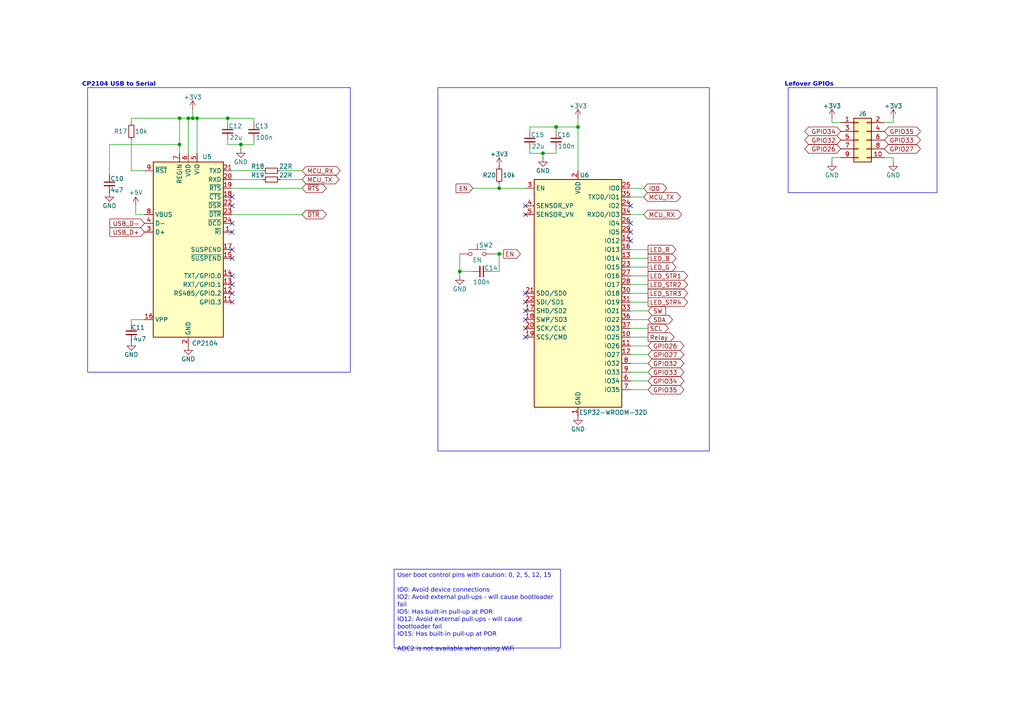
<source format=kicad_sch>
(kicad_sch (version 20231120) (generator "eeschema") (generator_version "8.0")
  (paper "A4")
  (title_block (title "ESP32 Tutorial") (date "2024-12-27") (rev "1.0") (company "Embedique"))
  (lib_symbols
    (symbol "Connector_Generic:Conn_02x05_Odd_Even" (pin_names (offset 1.016) hide)
      (property "Reference" "J" (at 1.27 7.62 0))
      (property "Value" "Conn_02x05_Odd_Even" (at 1.27 -7.62 0))
      (symbol "Conn_02x05_Odd_Even_1_1"
        (rectangle (start -1.27 -4.953) (end 0 -5.207) (stroke (width 0.1524)))
        (rectangle (start -1.27 -2.413) (end 0 -2.667) (stroke (width 0.1524)))
        (rectangle (start -1.27 0.127) (end 0 -0.127) (stroke (width 0.1524)))
        (rectangle (start -1.27 2.667) (end 0 2.413) (stroke (width 0.1524)))
        (rectangle (start -1.27 5.207) (end 0 4.953) (stroke (width 0.1524)))
        (rectangle (start -1.27 6.35) (end 3.81 -6.35) (stroke (width 0.254)) (fill (type background)))
        (rectangle (start 3.81 -4.953) (end 2.54 -5.207) (stroke (width 0.1524)))
        (rectangle (start 3.81 -2.413) (end 2.54 -2.667) (stroke (width 0.1524)))
        (rectangle (start 3.81 0.127) (end 2.54 -0.127) (stroke (width 0.1524)))
        (rectangle (start 3.81 2.667) (end 2.54 2.413) (stroke (width 0.1524)))
        (rectangle (start 3.81 5.207) (end 2.54 4.953) (stroke (width 0.1524)))
        (pin passive line (at -5.08 5.08 0) (length 3.81) (name "Pin_1") (number "1"))
        (pin passive line (at 7.62 -5.08 180) (length 3.81) (name "Pin_10") (number "10"))
        (pin passive line (at 7.62 5.08 180) (length 3.81) (name "Pin_2") (number "2"))
        (pin passive line (at -5.08 2.54 0) (length 3.81) (name "Pin_3") (number "3"))
        (pin passive line (at 7.62 2.54 180) (length 3.81) (name "Pin_4") (number "4"))
        (pin passive line (at -5.08 0 0) (length 3.81) (name "Pin_5") (number "5"))
        (pin passive line (at 7.62 0 180) (length 3.81) (name "Pin_6") (number "6"))
        (pin passive line (at -5.08 -2.54 0) (length 3.81) (name "Pin_7") (number "7"))
        (pin passive line (at 7.62 -2.54 180) (length 3.81) (name "Pin_8") (number "8"))
        (pin passive line (at -5.08 -5.08 0) (length 3.81) (name "Pin_9") (number "9"))
      )
    )
    (symbol "Device:C_Small" (pin_numbers hide) (pin_names (offset 0.254) hide)
      (property "Reference" "C" (at 0.254 1.778 0))
      (property "Value" "C_Small" (at 0.254 -2.032 0))
      (symbol "C_Small_0_1"
        (polyline (pts (xy -1.524 -0.508) (xy 1.524 -0.508)) (stroke (width 0.3302)))
        (polyline (pts (xy -1.524 0.508) (xy 1.524 0.508)) (stroke (width 0.3048)))
      )
      (symbol "C_Small_1_1"
        (pin passive line (at 0 2.54 270) (length 2.032) (name "~") (number "1"))
        (pin passive line (at 0 -2.54 90) (length 2.032) (name "~") (number "2"))
      )
    )
    (symbol "Device:R_Small" (pin_numbers hide) (pin_names (offset 0.254) hide)
      (property "Reference" "R" (at 0.762 0.508 0))
      (property "Value" "R_Small" (at 0.762 -1.016 0))
      (symbol "R_Small_0_1"
        (rectangle (start -0.762 1.778) (end 0.762 -1.778) (stroke (width 0.2032)))
      )
      (symbol "R_Small_1_1"
        (pin passive line (at 0 2.54 270) (length 0.762) (name "~") (number "1"))
        (pin passive line (at 0 -2.54 90) (length 0.762) (name "~") (number "2"))
      )
    )
    (symbol "GND_2" (power) (pin_numbers hide) (pin_names (offset 0) hide)
      (property "Value" "GND" (at 0 -3.81 0))
      (symbol "GND_2_0_1"
        (polyline (pts (xy 0 0) (xy 0 -1.27) (xy 1.27 -1.27) (xy 0 -2.54) (xy -1.27 -1.27) (xy 0 -1.27)))
      )
      (symbol "GND_2_1_1"
        (pin power_in line (at 0 0 270) (length 0) (name "~") (number "1"))
      )
    )
    (symbol "Interface_USB:CP2104"
      (property "Reference" "U" (at -5.08 28.575 0))
      (property "Value" "CP2104" (at -5.08 26.67 0))
      (symbol "CP2104_1_1"
        (rectangle (start -10.16 25.4) (end 10.16 -25.4) (stroke (width 0.254)) (fill (type background)))
        (pin input line (at 12.7 5.08 180) (length 2.54) (name "~{RI}") (number "1"))
        (pin no_connect line (at 10.16 -20.32 180) (length 2.54) hide (name "NC") (number "10"))
        (pin bidirectional line (at 12.7 -15.24 180) (length 2.54) (name "GPIO.3") (number "11"))
        (pin bidirectional line (at 12.7 -12.7 180) (length 2.54) (name "RS485/GPIO.2") (number "12"))
        (pin bidirectional line (at 12.7 -10.16 180) (length 2.54) (name "RXT/GPIO.1") (number "13"))
        (pin bidirectional line (at 12.7 -7.62 180) (length 2.54) (name "TXT/GPIO.0") (number "14"))
        (pin output line (at 12.7 -2.54 180) (length 2.54) (name "~{SUSPEND}") (number "15"))
        (pin passive line (at -12.7 -20.32 0) (length 2.54) (name "VPP") (number "16"))
        (pin output line (at 12.7 0 180) (length 2.54) (name "SUSPEND") (number "17"))
        (pin input line (at 12.7 15.24 180) (length 2.54) (name "~{CTS}") (number "18"))
        (pin output line (at 12.7 17.78 180) (length 2.54) (name "~{RTS}") (number "19"))
        (pin power_in line (at 0 -27.94 90) (length 2.54) (name "GND") (number "2"))
        (pin input line (at 12.7 20.32 180) (length 2.54) (name "RXD") (number "20"))
        (pin output line (at 12.7 22.86 180) (length 2.54) (name "TXD") (number "21"))
        (pin input line (at 12.7 12.7 180) (length 2.54) (name "~{DSR}") (number "22"))
        (pin output line (at 12.7 10.16 180) (length 2.54) (name "~{DTR}") (number "23"))
        (pin input line (at 12.7 7.62 180) (length 2.54) (name "~{DCD}") (number "24"))
        (pin passive line (at 0 -27.94 90) (length 2.54) hide (name "GND") (number "25"))
        (pin bidirectional line (at -12.7 5.08 0) (length 2.54) (name "D+") (number "3"))
        (pin bidirectional line (at -12.7 7.62 0) (length 2.54) (name "D-") (number "4"))
        (pin power_in line (at 2.54 27.94 270) (length 2.54) (name "VIO") (number "5"))
        (pin power_in line (at 0 27.94 270) (length 2.54) (name "VDD") (number "6"))
        (pin power_in line (at -2.54 27.94 270) (length 2.54) (name "REGIN") (number "7"))
        (pin input line (at -12.7 10.16 0) (length 2.54) (name "VBUS") (number "8"))
        (pin bidirectional line (at -12.7 22.86 0) (length 2.54) (name "~{RST}") (number "9"))
      )
    )
    (symbol "RF_Module:ESP32-WROOM-32D"
      (property "Reference" "U" (at -12.7 34.29 0))
      (property "Value" "ESP32-WROOM-32D" (at 1.27 34.29 0))
      (symbol "ESP32-WROOM-32D_0_1"
        (rectangle (start -12.7 33.02) (end 12.7 -33.02) (stroke (width 0.254)) (fill (type background)))
      )
      (symbol "ESP32-WROOM-32D_1_1"
        (pin power_in line (at 0 -35.56 90) (length 2.54) (name "GND") (number "1"))
        (pin bidirectional line (at 15.24 -12.7 180) (length 2.54) (name "IO25") (number "10"))
        (pin bidirectional line (at 15.24 -15.24 180) (length 2.54) (name "IO26") (number "11"))
        (pin bidirectional line (at 15.24 -17.78 180) (length 2.54) (name "IO27") (number "12"))
        (pin bidirectional line (at 15.24 10.16 180) (length 2.54) (name "IO14") (number "13"))
        (pin bidirectional line (at 15.24 15.24 180) (length 2.54) (name "IO12") (number "14"))
        (pin passive line (at 0 -35.56 90) (length 2.54) hide (name "GND") (number "15"))
        (pin bidirectional line (at 15.24 12.7 180) (length 2.54) (name "IO13") (number "16"))
        (pin bidirectional line (at -15.24 -5.08 0) (length 2.54) (name "SHD/SD2") (number "17"))
        (pin bidirectional line (at -15.24 -7.62 0) (length 2.54) (name "SWP/SD3") (number "18"))
        (pin bidirectional line (at -15.24 -12.7 0) (length 2.54) (name "SCS/CMD") (number "19"))
        (pin power_in line (at 0 35.56 270) (length 2.54) (name "VDD") (number "2"))
        (pin bidirectional line (at -15.24 -10.16 0) (length 2.54) (name "SCK/CLK") (number "20"))
        (pin bidirectional line (at -15.24 0 0) (length 2.54) (name "SDO/SD0") (number "21"))
        (pin bidirectional line (at -15.24 -2.54 0) (length 2.54) (name "SDI/SD1") (number "22"))
        (pin bidirectional line (at 15.24 7.62 180) (length 2.54) (name "IO15") (number "23"))
        (pin bidirectional line (at 15.24 25.4 180) (length 2.54) (name "IO2") (number "24"))
        (pin bidirectional line (at 15.24 30.48 180) (length 2.54) (name "IO0") (number "25"))
        (pin bidirectional line (at 15.24 20.32 180) (length 2.54) (name "IO4") (number "26"))
        (pin bidirectional line (at 15.24 5.08 180) (length 2.54) (name "IO16") (number "27"))
        (pin bidirectional line (at 15.24 2.54 180) (length 2.54) (name "IO17") (number "28"))
        (pin bidirectional line (at 15.24 17.78 180) (length 2.54) (name "IO5") (number "29"))
        (pin input line (at -15.24 30.48 0) (length 2.54) (name "EN") (number "3"))
        (pin bidirectional line (at 15.24 0 180) (length 2.54) (name "IO18") (number "30"))
        (pin bidirectional line (at 15.24 -2.54 180) (length 2.54) (name "IO19") (number "31"))
        (pin no_connect line (at -12.7 -27.94 0) (length 2.54) hide (name "NC") (number "32"))
        (pin bidirectional line (at 15.24 -5.08 180) (length 2.54) (name "IO21") (number "33"))
        (pin bidirectional line (at 15.24 22.86 180) (length 2.54) (name "RXD0/IO3") (number "34"))
        (pin bidirectional line (at 15.24 27.94 180) (length 2.54) (name "TXD0/IO1") (number "35"))
        (pin bidirectional line (at 15.24 -7.62 180) (length 2.54) (name "IO22") (number "36"))
        (pin bidirectional line (at 15.24 -10.16 180) (length 2.54) (name "IO23") (number "37"))
        (pin passive line (at 0 -35.56 90) (length 2.54) hide (name "GND") (number "38"))
        (pin passive line (at 0 -35.56 90) (length 2.54) hide (name "GND") (number "39"))
        (pin input line (at -15.24 25.4 0) (length 2.54) (name "SENSOR_VP") (number "4"))
        (pin input line (at -15.24 22.86 0) (length 2.54) (name "SENSOR_VN") (number "5"))
        (pin input line (at 15.24 -25.4 180) (length 2.54) (name "IO34") (number "6"))
        (pin input line (at 15.24 -27.94 180) (length 2.54) (name "IO35") (number "7"))
        (pin bidirectional line (at 15.24 -20.32 180) (length 2.54) (name "IO32") (number "8"))
        (pin bidirectional line (at 15.24 -22.86 180) (length 2.54) (name "IO33") (number "9"))
      )
    )
    (symbol "Switch:SW_Push" (pin_numbers hide) (pin_names (offset 1.016) hide)
      (property "Reference" "SW" (at 1.27 2.54 0))
      (property "Value" "SW_Push" (at 0 -1.524 0))
      (symbol "SW_Push_0_1"
        (circle (center -2.032 0) (radius 0.508))
        (polyline (pts (xy 0 1.27) (xy 0 3.048)))
        (polyline (pts (xy 2.54 1.27) (xy -2.54 1.27)))
        (circle (center 2.032 0) (radius 0.508))
        (pin passive line (at -5.08 0 0) (length 2.54) (name "1") (number "1"))
        (pin passive line (at 5.08 0 180) (length 2.54) (name "2") (number "2"))
      )
    )
    (symbol "power:+3V3" (power) (pin_numbers hide) (pin_names (offset 0) hide)
      (property "Value" "+3V3" (at 0 3.556 0))
      (symbol "+3V3_0_1"
        (polyline (pts (xy -0.762 1.27) (xy 0 2.54)))
        (polyline (pts (xy 0 0) (xy 0 2.54)))
        (polyline (pts (xy 0 2.54) (xy 0.762 1.27)))
      )
      (symbol "+3V3_1_1"
        (pin power_in line (at 0 0 90) (length 0) (name "~") (number "1"))
      )
    )
    (symbol "power:+5V" (power) (pin_numbers hide) (pin_names (offset 0) hide)
      (property "Value" "+5V" (at 0 3.556 0))
      (symbol "+5V_0_1"
        (polyline (pts (xy -0.762 1.27) (xy 0 2.54)))
        (polyline (pts (xy 0 0) (xy 0 2.54)))
        (polyline (pts (xy 0 2.54) (xy 0.762 1.27)))
      )
      (symbol "+5V_1_1"
        (pin power_in line (at 0 0 90) (length 0) (name "~") (number "1"))
      )
    )
  )
  (junction (at 66.04 34.29))
  (junction (at 161.29 36.83))
  (junction (at 133.35 78.74))
  (junction (at 69.85 41.91))
  (junction (at 52.07 41.91))
  (junction (at 52.07 34.29))
  (junction (at 167.64 36.83))
  (junction (at 157.48 44.45))
  (junction (at 54.61 34.29))
  (junction (at 144.78 54.61))
  (junction (at 144.78 73.66))
  (junction (at 57.15 34.29))
  (junction (at 55.88 34.29))
  (no_connect (at 67.31 67.31))
  (no_connect (at 67.31 87.63))
  (no_connect (at 67.31 57.15))
  (no_connect (at 67.31 64.77))
  (no_connect (at 67.31 59.69))
  (no_connect (at 67.31 80.01))
  (no_connect (at 152.4 87.63))
  (no_connect (at 152.4 90.17))
  (no_connect (at 152.4 62.23))
  (no_connect (at 67.31 72.39))
  (no_connect (at 67.31 82.55))
  (no_connect (at 152.4 59.69))
  (no_connect (at 152.4 92.71))
  (no_connect (at 152.4 85.09))
  (no_connect (at 182.88 67.31))
  (no_connect (at 67.31 85.09))
  (no_connect (at 182.88 64.77))
  (no_connect (at 182.88 69.85))
  (no_connect (at 152.4 97.79))
  (no_connect (at 67.31 74.93))
  (no_connect (at 182.88 59.69))
  (no_connect (at 152.4 95.25))
  (wire (pts (xy 55.88 31.75) (xy 55.88 34.29)))
  (wire (pts (xy 187.96 77.47) (xy 182.88 77.47)))
  (wire (pts (xy 182.88 95.25) (xy 187.96 95.25)))
  (wire (pts (xy 66.04 34.29) (xy 66.04 35.56)))
  (wire (pts (xy 144.78 73.66) (xy 144.78 78.74)))
  (wire (pts (xy 67.31 52.07) (xy 76.2 52.07)))
  (wire (pts (xy 81.28 49.53) (xy 87.63 49.53)))
  (wire (pts (xy 38.1 34.29) (xy 52.07 34.29)))
  (wire (pts (xy 87.63 62.23) (xy 67.31 62.23)))
  (wire (pts (xy 52.07 34.29) (xy 52.07 41.91)))
  (wire (pts (xy 241.3 34.29) (xy 241.3 35.56)))
  (wire (pts (xy 133.35 78.74) (xy 137.16 78.74)))
  (wire (pts (xy 182.88 85.09) (xy 187.96 85.09)))
  (wire (pts (xy 57.15 34.29) (xy 57.15 44.45)))
  (wire (pts (xy 182.88 82.55) (xy 187.96 82.55)))
  (wire (pts (xy 39.37 62.23) (xy 41.91 62.23)))
  (wire (pts (xy 57.15 34.29) (xy 66.04 34.29)))
  (wire (pts (xy 153.67 43.18) (xy 153.67 44.45)))
  (wire (pts (xy 67.31 49.53) (xy 76.2 49.53)))
  (wire (pts (xy 146.05 73.66) (xy 144.78 73.66)))
  (wire (pts (xy 39.37 59.69) (xy 39.37 62.23)))
  (wire (pts (xy 133.35 73.66) (xy 133.35 78.74)))
  (wire (pts (xy 161.29 44.45) (xy 161.29 43.18)))
  (wire (pts (xy 38.1 49.53) (xy 38.1 40.64)))
  (wire (pts (xy 133.35 80.01) (xy 133.35 78.74)))
  (wire (pts (xy 69.85 41.91) (xy 73.66 41.91)))
  (wire (pts (xy 186.69 54.61) (xy 182.88 54.61)))
  (wire (pts (xy 186.69 62.23) (xy 182.88 62.23)))
  (wire (pts (xy 182.88 87.63) (xy 187.96 87.63)))
  (wire (pts (xy 187.96 72.39) (xy 182.88 72.39)))
  (wire (pts (xy 241.3 35.56) (xy 243.84 35.56)))
  (wire (pts (xy 182.88 107.95) (xy 187.96 107.95)))
  (wire (pts (xy 66.04 34.29) (xy 73.66 34.29)))
  (wire (pts (xy 167.64 34.29) (xy 167.64 36.83)))
  (wire (pts (xy 182.88 113.03) (xy 187.96 113.03)))
  (wire (pts (xy 153.67 44.45) (xy 157.48 44.45)))
  (wire (pts (xy 137.16 54.61) (xy 144.78 54.61)))
  (wire (pts (xy 73.66 34.29) (xy 73.66 35.56)))
  (wire (pts (xy 167.64 36.83) (xy 167.64 49.53)))
  (wire (pts (xy 182.88 92.71) (xy 187.96 92.71)))
  (wire (pts (xy 38.1 35.56) (xy 38.1 34.29)))
  (wire (pts (xy 57.15 34.29) (xy 55.88 34.29)))
  (wire (pts (xy 66.04 41.91) (xy 69.85 41.91)))
  (wire (pts (xy 69.85 41.91) (xy 69.85 43.18)))
  (wire (pts (xy 241.3 45.72) (xy 241.3 46.99)))
  (wire (pts (xy 182.88 102.87) (xy 187.96 102.87)))
  (wire (pts (xy 54.61 34.29) (xy 54.61 44.45)))
  (wire (pts (xy 52.07 34.29) (xy 54.61 34.29)))
  (wire (pts (xy 161.29 38.1) (xy 161.29 36.83)))
  (wire (pts (xy 81.28 52.07) (xy 87.63 52.07)))
  (wire (pts (xy 157.48 44.45) (xy 161.29 44.45)))
  (wire (pts (xy 153.67 36.83) (xy 153.67 38.1)))
  (wire (pts (xy 182.88 105.41) (xy 187.96 105.41)))
  (wire (pts (xy 52.07 44.45) (xy 52.07 41.91)))
  (wire (pts (xy 144.78 54.61) (xy 144.78 53.34)))
  (wire (pts (xy 144.78 54.61) (xy 152.4 54.61)))
  (wire (pts (xy 73.66 41.91) (xy 73.66 40.64)))
  (wire (pts (xy 87.63 54.61) (xy 67.31 54.61)))
  (wire (pts (xy 259.08 35.56) (xy 256.54 35.56)))
  (wire (pts (xy 256.54 45.72) (xy 259.08 45.72)))
  (wire (pts (xy 41.91 49.53) (xy 38.1 49.53)))
  (wire (pts (xy 38.1 92.71) (xy 38.1 93.98)))
  (wire (pts (xy 153.67 36.83) (xy 161.29 36.83)))
  (wire (pts (xy 144.78 73.66) (xy 143.51 73.66)))
  (wire (pts (xy 187.96 74.93) (xy 182.88 74.93)))
  (wire (pts (xy 52.07 41.91) (xy 31.75 41.91)))
  (wire (pts (xy 182.88 90.17) (xy 187.96 90.17)))
  (wire (pts (xy 31.75 41.91) (xy 31.75 50.8)))
  (wire (pts (xy 41.91 92.71) (xy 38.1 92.71)))
  (wire (pts (xy 157.48 44.45) (xy 157.48 45.72)))
  (wire (pts (xy 182.88 97.79) (xy 187.96 97.79)))
  (wire (pts (xy 243.84 45.72) (xy 241.3 45.72)))
  (wire (pts (xy 144.78 78.74) (xy 142.24 78.74)))
  (wire (pts (xy 161.29 36.83) (xy 167.64 36.83)))
  (wire (pts (xy 66.04 40.64) (xy 66.04 41.91)))
  (wire (pts (xy 186.69 57.15) (xy 182.88 57.15)))
  (wire (pts (xy 259.08 45.72) (xy 259.08 46.99)))
  (wire (pts (xy 182.88 110.49) (xy 187.96 110.49)))
  (wire (pts (xy 55.88 34.29) (xy 54.61 34.29)))
  (wire (pts (xy 182.88 100.33) (xy 187.96 100.33)))
  (wire (pts (xy 182.88 80.01) (xy 187.96 80.01)))
  (wire (pts (xy 259.08 34.29) (xy 259.08 35.56)))
  (rectangle (start 127 25.4) (end 205.74 130.81))
  (rectangle (start 25.4 25.4) (end 101.6 107.95))
  (rectangle (start 228.6 25.4) (end 271.78 55.88))
  (text_box "User boot control pins with caution: 0, 2, 5, 12, 15\n\nIO0: Avoid device connections\nIO2: Avoid external pull-ups - will cause bootloader fail\nIO5: Has built-in pull-up at POR\nIO12: Avoid external pull-ups - will cause bootloader fail\nIO15: Has built-in pull-up at POR\n\nADC2 is not available when using WiFi\n" (at 114.3 165.1 0) (size 48.26 22.86) (effects (font (size 1.27 1.27)) (justify left top)))
  (text "Lefover GPIOs\n" (at 234.696 24.892 0) (effects (font (size 1.27 1.27) (thickness 0.254) (bold yes))))
  (text "CP2104 USB to Serial " (at 34.798 24.892 0) (effects (font (size 1.27 1.27) (thickness 0.254) (bold yes))))
  (global_label "~{RTS}" (shape bidirectional) (at 87.63 54.61 0) (property "Intersheetrefs" "${INTERSHEET_REFS}" (effects (hide yes))))
  (global_label "SDA" (shape bidirectional) (at 187.96 92.71 0) (property "Intersheetrefs" "${INTERSHEET_REFS}" (effects (hide yes))))
  (global_label "USB_D+" (shape input) (at 41.91 67.31 180) (property "Intersheetrefs" "${INTERSHEET_REFS}" (effects (hide yes))))
  (global_label "GPIO27" (shape bidirectional) (at 187.96 102.87 0) (property "Intersheetrefs" "${INTERSHEET_REFS}" (effects (hide yes))))
  (global_label "IO0" (shape bidirectional) (at 186.69 54.61 0) (property "Intersheetrefs" "${INTERSHEET_REFS}" (effects (hide yes))))
  (global_label "GPIO33" (shape bidirectional) (at 187.96 107.95 0) (property "Intersheetrefs" "${INTERSHEET_REFS}" (effects (hide yes))))
  (global_label "GPIO34" (shape bidirectional) (at 243.84 38.1 180) (property "Intersheetrefs" "${INTERSHEET_REFS}" (effects (hide yes))))
  (global_label "LED_G" (shape output) (at 187.96 77.47 0) (property "Intersheetrefs" "${INTERSHEET_REFS}" (effects (hide yes))))
  (global_label "Relay" (shape output) (at 187.96 97.79 0) (property "Intersheetrefs" "${INTERSHEET_REFS}" (effects (hide yes))))
  (global_label "EN" (shape output) (at 146.05 73.66 0) (property "Intersheetrefs" "${INTERSHEET_REFS}" (effects (hide yes))))
  (global_label "EN" (shape input) (at 137.16 54.61 180) (property "Intersheetrefs" "${INTERSHEET_REFS}" (effects (hide yes))))
  (global_label "SW" (shape input) (at 187.96 90.17 0) (property "Intersheetrefs" "${INTERSHEET_REFS}" (effects (hide yes))))
  (global_label "LED_STR1" (shape output) (at 187.96 80.01 0) (property "Intersheetrefs" "${INTERSHEET_REFS}" (effects (hide yes))))
  (global_label "LED_STR2" (shape output) (at 187.96 82.55 0) (property "Intersheetrefs" "${INTERSHEET_REFS}" (effects (hide yes))))
  (global_label "MCU_RX" (shape bidirectional) (at 87.63 49.53 0) (property "Intersheetrefs" "${INTERSHEET_REFS}" (effects (hide yes))))
  (global_label "MCU_RX" (shape bidirectional) (at 186.69 62.23 0) (property "Intersheetrefs" "${INTERSHEET_REFS}" (effects (hide yes))))
  (global_label "LED_STR4" (shape output) (at 187.96 87.63 0) (property "Intersheetrefs" "${INTERSHEET_REFS}" (effects (hide yes))))
  (global_label "~{DTR}" (shape bidirectional) (at 87.63 62.23 0) (property "Intersheetrefs" "${INTERSHEET_REFS}" (effects (hide yes))))
  (global_label "MCU_TX" (shape bidirectional) (at 186.69 57.15 0) (property "Intersheetrefs" "${INTERSHEET_REFS}" (effects (hide yes))))
  (global_label "GPIO35" (shape bidirectional) (at 256.54 38.1 0) (property "Intersheetrefs" "${INTERSHEET_REFS}" (effects (hide yes))))
  (global_label "MCU_TX" (shape bidirectional) (at 87.63 52.07 0) (property "Intersheetrefs" "${INTERSHEET_REFS}" (effects (hide yes))))
  (global_label "GPIO26" (shape bidirectional) (at 187.96 100.33 0) (property "Intersheetrefs" "${INTERSHEET_REFS}" (effects (hide yes))))
  (global_label "GPIO34" (shape bidirectional) (at 187.96 110.49 0) (property "Intersheetrefs" "${INTERSHEET_REFS}" (effects (hide yes))))
  (global_label "GPIO27" (shape bidirectional) (at 256.54 43.18 0) (property "Intersheetrefs" "${INTERSHEET_REFS}" (effects (hide yes))))
  (global_label "GPIO32" (shape bidirectional) (at 187.96 105.41 0) (property "Intersheetrefs" "${INTERSHEET_REFS}" (effects (hide yes))))
  (global_label "GPIO35" (shape bidirectional) (at 187.96 113.03 0) (property "Intersheetrefs" "${INTERSHEET_REFS}" (effects (hide yes))))
  (global_label "LED_STR3" (shape output) (at 187.96 85.09 0) (property "Intersheetrefs" "${INTERSHEET_REFS}" (effects (hide yes))))
  (global_label "USB_D-" (shape input) (at 41.91 64.77 180) (property "Intersheetrefs" "${INTERSHEET_REFS}" (effects (hide yes))))
  (global_label "GPIO33" (shape bidirectional) (at 256.54 40.64 0) (property "Intersheetrefs" "${INTERSHEET_REFS}" (effects (hide yes))))
  (global_label "GPIO32" (shape bidirectional) (at 243.84 40.64 180) (property "Intersheetrefs" "${INTERSHEET_REFS}" (effects (hide yes))))
  (global_label "LED_R" (shape output) (at 187.96 72.39 0) (property "Intersheetrefs" "${INTERSHEET_REFS}" (effects (hide yes))))
  (global_label "LED_B" (shape output) (at 187.96 74.93 0) (property "Intersheetrefs" "${INTERSHEET_REFS}" (effects (hide yes))))
  (global_label "GPIO26" (shape bidirectional) (at 243.84 43.18 180) (property "Intersheetrefs" "${INTERSHEET_REFS}" (effects (hide yes))))
  (global_label "SCL" (shape output) (at 187.96 95.25 0) (property "Intersheetrefs" "${INTERSHEET_REFS}" (effects (hide yes))))
  (symbol (lib_id "Device:C_Small") (at 66.04 38.1 0) (unit 1)
    (property "Reference" "C12" (at 66.294 36.576 0) (effects (justify left)))
    (property "Value" "22u" (at 66.548 39.878 0) (effects (justify left)))
    (property "Footprint" "Capacitor_SMD:C_0805_2012Metric_Pad1.18x1.45mm_HandSolder" (effects (hide yes)))
    (property "Description" "Unpolarized capacitor, small symbol" (effects (hide yes)))
  )
  (symbol (lib_name "GND_2") (lib_id "power:GND") (at 31.75 55.88 0) (unit 1)
    (property "Reference" "#PWR031" (effects (hide yes)))
    (property "Value" "GND" (at 31.75 59.69 0))
    (property "Description" "Power symbol creates a global label with name \"GND\" , ground" (effects (hide yes)))
  )
  (symbol (lib_id "Connector_Generic:Conn_02x05_Odd_Even") (at 248.92 40.64 0) (unit 1)
    (property "Reference" "J6" (at 250.19 33.02 0))
    (property "Value" "Conn_02x05_Odd_Even" (effects (hide yes)))
    (property "Footprint" "Connector_PinHeader_2.54mm:PinHeader_2x05_P2.54mm_Vertical" (effects (hide yes)))
    (property "Description" "Generic connector, double row, 02x05, odd/even pin numbering scheme (row 1 odd numbers, row 2 even numbers), script generated (kicad-library-utils/schlib/autogen/connector/)" (effects (hide yes)))
  )
  (symbol (lib_id "Device:C_Small") (at 31.75 53.34 0) (unit 1)
    (property "Reference" "C10" (at 32.004 51.816 0) (effects (justify left)))
    (property "Value" "4u7" (at 32.004 55.118 0) (effects (justify left)))
    (property "Footprint" "Capacitor_SMD:C_0805_2012Metric_Pad1.18x1.45mm_HandSolder" (effects (hide yes)))
    (property "Description" "Unpolarized capacitor, small symbol" (effects (hide yes)))
  )
  (symbol (lib_id "Device:R_Small") (at 38.1 38.1 0) (unit 1)
    (property "Reference" "R17" (at 33.02 38.1 0) (effects (justify left)))
    (property "Value" "10k" (at 39.116 38.1 0) (effects (justify left)))
    (property "Footprint" "Resistor_SMD:R_0402_1005Metric_Pad0.72x0.64mm_HandSolder" (effects (hide yes)))
    (property "Description" "Resistor, small symbol" (effects (hide yes)))
  )
  (symbol (lib_name "GND_2") (lib_id "power:GND") (at 38.1 99.06 0) (unit 1)
    (property "Reference" "#PWR032" (effects (hide yes)))
    (property "Value" "GND" (at 38.1 102.87 0))
    (property "Description" "Power symbol creates a global label with name \"GND\" , ground" (effects (hide yes)))
  )
  (symbol (lib_id "power:+3V3") (at 259.08 34.29 0) (mirror y) (unit 1)
    (property "Reference" "#PWR044" (effects (hide yes)))
    (property "Value" "+3V3" (at 259.08 30.734 0))
    (property "Description" "Power symbol creates a global label with name \"+3V3\"" (effects (hide yes)))
  )
  (symbol (lib_id "Device:C_Small") (at 161.29 40.64 0) (unit 1)
    (property "Reference" "C16" (at 161.544 39.116 0) (effects (justify left)))
    (property "Value" "100n" (at 161.798 42.418 0) (effects (justify left)))
    (property "Footprint" "Capacitor_SMD:C_0402_1005Metric_Pad0.74x0.62mm_HandSolder" (effects (hide yes)))
    (property "Description" "Unpolarized capacitor, small symbol" (effects (hide yes)))
  )
  (symbol (lib_name "GND_2") (lib_id "power:GND") (at 157.48 45.72 0) (unit 1)
    (property "Reference" "#PWR039" (effects (hide yes)))
    (property "Value" "GND" (at 157.48 49.53 0))
    (property "Description" "Power symbol creates a global label with name \"GND\" , ground" (effects (hide yes)))
  )
  (symbol (lib_name "GND_2") (lib_id "power:GND") (at 259.08 46.99 0) (unit 1)
    (property "Reference" "#PWR045" (effects (hide yes)))
    (property "Value" "GND" (at 259.08 50.8 0))
    (property "Description" "Power symbol creates a global label with name \"GND\" , ground" (effects (hide yes)))
  )
  (symbol (lib_id "Device:R_Small") (at 78.74 52.07 90) (unit 1)
    (property "Reference" "R19" (at 76.708 50.8 90) (effects (justify left)))
    (property "Value" "22R" (at 84.836 50.8 90) (effects (justify left)))
    (property "Footprint" "Resistor_SMD:R_0402_1005Metric_Pad0.72x0.64mm_HandSolder" (effects (hide yes)))
    (property "Description" "Resistor, small symbol" (effects (hide yes)))
  )
  (symbol (lib_name "GND_2") (lib_id "power:GND") (at 133.35 80.01 0) (mirror y) (unit 1)
    (property "Reference" "#PWR037" (effects (hide yes)))
    (property "Value" "GND" (at 133.35 83.82 0))
    (property "Description" "Power symbol creates a global label with name \"GND\" , ground" (effects (hide yes)))
  )
  (symbol (lib_id "power:+3V3") (at 167.64 34.29 0) (unit 1)
    (property "Reference" "#PWR040" (effects (hide yes)))
    (property "Value" "+3V3" (at 167.64 30.734 0))
    (property "Description" "Power symbol creates a global label with name \"+3V3\"" (effects (hide yes)))
  )
  (symbol (lib_id "RF_Module:ESP32-WROOM-32D") (at 167.64 85.09 0) (unit 1)
    (property "Reference" "U6" (at 168.148 50.8 0) (effects (justify left)))
    (property "Value" "ESP32-WROOM-32D" (at 167.894 119.634 0) (effects (justify left)))
    (property "Footprint" "RF_Module:ESP32-WROOM-32D" (effects (hide yes)))
    (property "Datasheet" "https://www.espressif.com/sites/default/files/documentation/esp32-wroom-32d_esp32-wroom-32u_datasheet_en.pdf" (effects (hide yes)))
    (property "Description" "RF Module, ESP32-D0WD SoC, Wi-Fi 802.11b/g/n, Bluetooth, BLE, 32-bit, 2.7-3.6V, onboard antenna, SMD" (effects (hide yes)))
  )
  (symbol (lib_id "power:+3V3") (at 241.3 34.29 0) (unit 1)
    (property "Reference" "#PWR042" (effects (hide yes)))
    (property "Value" "+3V3" (at 241.3 30.734 0))
    (property "Description" "Power symbol creates a global label with name \"+3V3\"" (effects (hide yes)))
  )
  (symbol (lib_name "GND_2") (lib_id "power:GND") (at 167.64 120.65 0) (unit 1)
    (property "Reference" "#PWR041" (effects (hide yes)))
    (property "Value" "GND" (at 167.64 124.46 0))
    (property "Description" "Power symbol creates a global label with name \"GND\" , ground" (effects (hide yes)))
  )
  (symbol (lib_name "GND_2") (lib_id "power:GND") (at 54.61 100.33 0) (unit 1)
    (property "Reference" "#PWR034" (effects (hide yes)))
    (property "Value" "GND" (at 54.61 104.14 0))
    (property "Description" "Power symbol creates a global label with name \"GND\" , ground" (effects (hide yes)))
  )
  (symbol (lib_id "power:+3V3") (at 144.78 48.26 0) (unit 1)
    (property "Reference" "#PWR038" (effects (hide yes)))
    (property "Value" "+3V3" (at 144.78 44.704 0))
    (property "Description" "Power symbol creates a global label with name \"+3V3\"" (effects (hide yes)))
  )
  (symbol (lib_id "power:+3V3") (at 55.88 31.75 0) (unit 1)
    (property "Reference" "#PWR035" (effects (hide yes)))
    (property "Value" "+3V3" (at 55.88 28.194 0))
    (property "Description" "Power symbol creates a global label with name \"+3V3\"" (effects (hide yes)))
  )
  (symbol (lib_id "Device:R_Small") (at 144.78 50.8 0) (unit 1)
    (property "Reference" "R20" (at 139.954 50.8 0) (effects (justify left)))
    (property "Value" "10k" (at 145.796 50.8 0) (effects (justify left)))
    (property "Footprint" "Resistor_SMD:R_0402_1005Metric_Pad0.72x0.64mm_HandSolder" (effects (hide yes)))
    (property "Description" "Resistor, small symbol" (effects (hide yes)))
  )
  (symbol (lib_name "GND_2") (lib_id "power:GND") (at 69.85 43.18 0) (unit 1)
    (property "Reference" "#PWR036" (effects (hide yes)))
    (property "Value" "GND" (at 69.85 46.99 0))
    (property "Description" "Power symbol creates a global label with name \"GND\" , ground" (effects (hide yes)))
  )
  (symbol (lib_id "power:+5V") (at 39.37 59.69 0) (unit 1)
    (property "Reference" "#PWR033" (effects (hide yes)))
    (property "Value" "+5V" (at 39.37 55.88 0))
    (property "Description" "Power symbol creates a global label with name \"+5V\"" (effects (hide yes)))
  )
  (symbol (lib_id "Device:C_Small") (at 38.1 96.52 0) (unit 1)
    (property "Reference" "C11" (at 38.1 94.996 0) (effects (justify left)))
    (property "Value" "4u7" (at 38.608 98.298 0) (effects (justify left)))
    (property "Footprint" "Capacitor_SMD:C_0805_2012Metric_Pad1.18x1.45mm_HandSolder" (effects (hide yes)))
    (property "Description" "Unpolarized capacitor, small symbol" (effects (hide yes)))
  )
  (symbol (lib_id "Interface_USB:CP2104") (at 54.61 72.39 0) (unit 1)
    (property "Reference" "U5" (at 58.674 45.466 0) (effects (justify left)))
    (property "Value" "CP2104" (at 55.626 99.568 0) (effects (justify left)))
    (property "Footprint" "Package_DFN_QFN:QFN-24-1EP_4x4mm_P0.5mm_EP2.6x2.6mm" (effects (hide yes)))
    (property "Datasheet" "https://www.silabs.com/documents/public/data-sheets/cp2104.pdf" (effects (hide yes)))
    (property "Description" "Single-Chip USB-to-UART Bridge, USB 2.0 Full-Speed, 2Mbps UART, QFN-24" (effects (hide yes)))
  )
  (symbol (lib_name "GND_2") (lib_id "power:GND") (at 241.3 46.99 0) (mirror y) (unit 1)
    (property "Reference" "#PWR043" (effects (hide yes)))
    (property "Value" "GND" (at 241.3 50.8 0))
    (property "Description" "Power symbol creates a global label with name \"GND\" , ground" (effects (hide yes)))
  )
  (symbol (lib_id "Switch:SW_Push") (at 138.43 73.66 0) (mirror y) (unit 1)
    (property "Reference" "SW2" (at 140.97 71.12 0))
    (property "Value" "EN" (at 138.43 75.438 0))
    (property "Footprint" "Button_Switch_THT:SW_PUSH_6mm" (effects (hide yes)))
    (property "Description" "Push button switch, generic, two pins" (effects (hide yes)))
  )
  (symbol (lib_id "Device:C_Small") (at 139.7 78.74 270) (mirror x) (unit 1)
    (property "Reference" "C14" (at 140.462 77.724 90) (effects (justify left)))
    (property "Value" "100n" (at 137.16 81.788 90) (effects (justify left)))
    (property "Footprint" "Capacitor_SMD:C_0402_1005Metric_Pad0.74x0.62mm_HandSolder" (effects (hide yes)))
    (property "Description" "Unpolarized capacitor, small symbol" (effects (hide yes)))
  )
  (symbol (lib_id "Device:R_Small") (at 78.74 49.53 90) (unit 1)
    (property "Reference" "R18" (at 76.708 48.26 90) (effects (justify left)))
    (property "Value" "22R" (at 84.836 48.26 90) (effects (justify left)))
    (property "Footprint" "Resistor_SMD:R_0402_1005Metric_Pad0.72x0.64mm_HandSolder" (effects (hide yes)))
    (property "Description" "Resistor, small symbol" (effects (hide yes)))
  )
  (symbol (lib_id "Device:C_Small") (at 73.66 38.1 0) (unit 1)
    (property "Reference" "C13" (at 73.914 36.576 0) (effects (justify left)))
    (property "Value" "100n" (at 74.168 39.878 0) (effects (justify left)))
    (property "Footprint" "Capacitor_SMD:C_0402_1005Metric_Pad0.74x0.62mm_HandSolder" (effects (hide yes)))
    (property "Description" "Unpolarized capacitor, small symbol" (effects (hide yes)))
  )
  (symbol (lib_id "Device:C_Small") (at 153.67 40.64 0) (unit 1)
    (property "Reference" "C15" (at 153.924 39.116 0) (effects (justify left)))
    (property "Value" "22u" (at 154.178 42.418 0) (effects (justify left)))
    (property "Footprint" "Capacitor_SMD:C_0805_2012Metric_Pad1.18x1.45mm_HandSolder" (effects (hide yes)))
    (property "Description" "Unpolarized capacitor, small symbol" (effects (hide yes)))
  )
)
</source>
